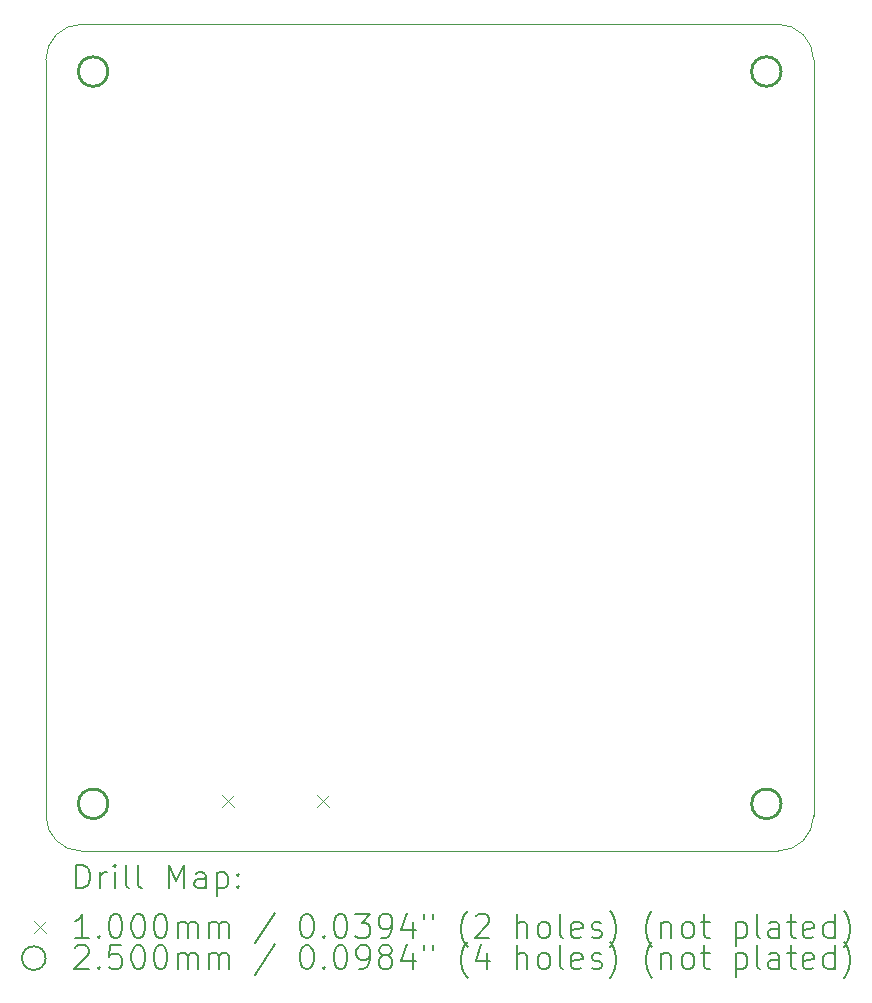
<source format=gbr>
%TF.GenerationSoftware,KiCad,Pcbnew,8.0.6*%
%TF.CreationDate,2025-02-26T16:40:36-08:00*%
%TF.ProjectId,Cymatics,43796d61-7469-4637-932e-6b696361645f,rev?*%
%TF.SameCoordinates,Original*%
%TF.FileFunction,Drillmap*%
%TF.FilePolarity,Positive*%
%FSLAX45Y45*%
G04 Gerber Fmt 4.5, Leading zero omitted, Abs format (unit mm)*
G04 Created by KiCad (PCBNEW 8.0.6) date 2025-02-26 16:40:36*
%MOMM*%
%LPD*%
G01*
G04 APERTURE LIST*
%ADD10C,0.050000*%
%ADD11C,0.200000*%
%ADD12C,0.100000*%
%ADD13C,0.250000*%
G04 APERTURE END LIST*
D10*
X9312085Y-12310869D02*
G75*
G02*
X9012091Y-12010869I5J299999D01*
G01*
X15212085Y-12310869D02*
X9312085Y-12310869D01*
X15212085Y-5310869D02*
G75*
G02*
X15512081Y-5610869I-5J-300001D01*
G01*
X9312085Y-5310869D02*
X15212085Y-5310869D01*
X15512085Y-5610869D02*
X15512085Y-12010869D01*
X9012085Y-5610869D02*
G75*
G02*
X9312085Y-5310865I300005J-1D01*
G01*
X9012085Y-5610869D02*
X9012085Y-12010869D01*
X15512085Y-12010869D02*
G75*
G02*
X15212085Y-12310875I-300005J-1D01*
G01*
D11*
D12*
X10505000Y-11833750D02*
X10605000Y-11933750D01*
X10605000Y-11833750D02*
X10505000Y-11933750D01*
X11305000Y-11833750D02*
X11405000Y-11933750D01*
X11405000Y-11833750D02*
X11305000Y-11933750D01*
D13*
X9537085Y-5710869D02*
G75*
G02*
X9287085Y-5710869I-125000J0D01*
G01*
X9287085Y-5710869D02*
G75*
G02*
X9537085Y-5710869I125000J0D01*
G01*
X9537085Y-11910869D02*
G75*
G02*
X9287085Y-11910869I-125000J0D01*
G01*
X9287085Y-11910869D02*
G75*
G02*
X9537085Y-11910869I125000J0D01*
G01*
X15237085Y-5710869D02*
G75*
G02*
X14987085Y-5710869I-125000J0D01*
G01*
X14987085Y-5710869D02*
G75*
G02*
X15237085Y-5710869I125000J0D01*
G01*
X15237085Y-11910869D02*
G75*
G02*
X14987085Y-11910869I-125000J0D01*
G01*
X14987085Y-11910869D02*
G75*
G02*
X15237085Y-11910869I125000J0D01*
G01*
D11*
X9270362Y-12624853D02*
X9270362Y-12424853D01*
X9270362Y-12424853D02*
X9317981Y-12424853D01*
X9317981Y-12424853D02*
X9346552Y-12434377D01*
X9346552Y-12434377D02*
X9365600Y-12453425D01*
X9365600Y-12453425D02*
X9375124Y-12472472D01*
X9375124Y-12472472D02*
X9384647Y-12510567D01*
X9384647Y-12510567D02*
X9384647Y-12539139D01*
X9384647Y-12539139D02*
X9375124Y-12577234D01*
X9375124Y-12577234D02*
X9365600Y-12596282D01*
X9365600Y-12596282D02*
X9346552Y-12615329D01*
X9346552Y-12615329D02*
X9317981Y-12624853D01*
X9317981Y-12624853D02*
X9270362Y-12624853D01*
X9470362Y-12624853D02*
X9470362Y-12491520D01*
X9470362Y-12529615D02*
X9479886Y-12510567D01*
X9479886Y-12510567D02*
X9489409Y-12501044D01*
X9489409Y-12501044D02*
X9508457Y-12491520D01*
X9508457Y-12491520D02*
X9527505Y-12491520D01*
X9594171Y-12624853D02*
X9594171Y-12491520D01*
X9594171Y-12424853D02*
X9584647Y-12434377D01*
X9584647Y-12434377D02*
X9594171Y-12443901D01*
X9594171Y-12443901D02*
X9603695Y-12434377D01*
X9603695Y-12434377D02*
X9594171Y-12424853D01*
X9594171Y-12424853D02*
X9594171Y-12443901D01*
X9717981Y-12624853D02*
X9698933Y-12615329D01*
X9698933Y-12615329D02*
X9689409Y-12596282D01*
X9689409Y-12596282D02*
X9689409Y-12424853D01*
X9822743Y-12624853D02*
X9803695Y-12615329D01*
X9803695Y-12615329D02*
X9794171Y-12596282D01*
X9794171Y-12596282D02*
X9794171Y-12424853D01*
X10051314Y-12624853D02*
X10051314Y-12424853D01*
X10051314Y-12424853D02*
X10117981Y-12567710D01*
X10117981Y-12567710D02*
X10184647Y-12424853D01*
X10184647Y-12424853D02*
X10184647Y-12624853D01*
X10365600Y-12624853D02*
X10365600Y-12520091D01*
X10365600Y-12520091D02*
X10356076Y-12501044D01*
X10356076Y-12501044D02*
X10337028Y-12491520D01*
X10337028Y-12491520D02*
X10298933Y-12491520D01*
X10298933Y-12491520D02*
X10279886Y-12501044D01*
X10365600Y-12615329D02*
X10346552Y-12624853D01*
X10346552Y-12624853D02*
X10298933Y-12624853D01*
X10298933Y-12624853D02*
X10279886Y-12615329D01*
X10279886Y-12615329D02*
X10270362Y-12596282D01*
X10270362Y-12596282D02*
X10270362Y-12577234D01*
X10270362Y-12577234D02*
X10279886Y-12558187D01*
X10279886Y-12558187D02*
X10298933Y-12548663D01*
X10298933Y-12548663D02*
X10346552Y-12548663D01*
X10346552Y-12548663D02*
X10365600Y-12539139D01*
X10460838Y-12491520D02*
X10460838Y-12691520D01*
X10460838Y-12501044D02*
X10479886Y-12491520D01*
X10479886Y-12491520D02*
X10517981Y-12491520D01*
X10517981Y-12491520D02*
X10537028Y-12501044D01*
X10537028Y-12501044D02*
X10546552Y-12510567D01*
X10546552Y-12510567D02*
X10556076Y-12529615D01*
X10556076Y-12529615D02*
X10556076Y-12586758D01*
X10556076Y-12586758D02*
X10546552Y-12605806D01*
X10546552Y-12605806D02*
X10537028Y-12615329D01*
X10537028Y-12615329D02*
X10517981Y-12624853D01*
X10517981Y-12624853D02*
X10479886Y-12624853D01*
X10479886Y-12624853D02*
X10460838Y-12615329D01*
X10641790Y-12605806D02*
X10651314Y-12615329D01*
X10651314Y-12615329D02*
X10641790Y-12624853D01*
X10641790Y-12624853D02*
X10632267Y-12615329D01*
X10632267Y-12615329D02*
X10641790Y-12605806D01*
X10641790Y-12605806D02*
X10641790Y-12624853D01*
X10641790Y-12501044D02*
X10651314Y-12510567D01*
X10651314Y-12510567D02*
X10641790Y-12520091D01*
X10641790Y-12520091D02*
X10632267Y-12510567D01*
X10632267Y-12510567D02*
X10641790Y-12501044D01*
X10641790Y-12501044D02*
X10641790Y-12520091D01*
D12*
X8909585Y-12903369D02*
X9009585Y-13003369D01*
X9009585Y-12903369D02*
X8909585Y-13003369D01*
D11*
X9375124Y-13044853D02*
X9260838Y-13044853D01*
X9317981Y-13044853D02*
X9317981Y-12844853D01*
X9317981Y-12844853D02*
X9298933Y-12873425D01*
X9298933Y-12873425D02*
X9279886Y-12892472D01*
X9279886Y-12892472D02*
X9260838Y-12901996D01*
X9460838Y-13025806D02*
X9470362Y-13035329D01*
X9470362Y-13035329D02*
X9460838Y-13044853D01*
X9460838Y-13044853D02*
X9451314Y-13035329D01*
X9451314Y-13035329D02*
X9460838Y-13025806D01*
X9460838Y-13025806D02*
X9460838Y-13044853D01*
X9594171Y-12844853D02*
X9613219Y-12844853D01*
X9613219Y-12844853D02*
X9632267Y-12854377D01*
X9632267Y-12854377D02*
X9641790Y-12863901D01*
X9641790Y-12863901D02*
X9651314Y-12882948D01*
X9651314Y-12882948D02*
X9660838Y-12921044D01*
X9660838Y-12921044D02*
X9660838Y-12968663D01*
X9660838Y-12968663D02*
X9651314Y-13006758D01*
X9651314Y-13006758D02*
X9641790Y-13025806D01*
X9641790Y-13025806D02*
X9632267Y-13035329D01*
X9632267Y-13035329D02*
X9613219Y-13044853D01*
X9613219Y-13044853D02*
X9594171Y-13044853D01*
X9594171Y-13044853D02*
X9575124Y-13035329D01*
X9575124Y-13035329D02*
X9565600Y-13025806D01*
X9565600Y-13025806D02*
X9556076Y-13006758D01*
X9556076Y-13006758D02*
X9546552Y-12968663D01*
X9546552Y-12968663D02*
X9546552Y-12921044D01*
X9546552Y-12921044D02*
X9556076Y-12882948D01*
X9556076Y-12882948D02*
X9565600Y-12863901D01*
X9565600Y-12863901D02*
X9575124Y-12854377D01*
X9575124Y-12854377D02*
X9594171Y-12844853D01*
X9784647Y-12844853D02*
X9803695Y-12844853D01*
X9803695Y-12844853D02*
X9822743Y-12854377D01*
X9822743Y-12854377D02*
X9832267Y-12863901D01*
X9832267Y-12863901D02*
X9841790Y-12882948D01*
X9841790Y-12882948D02*
X9851314Y-12921044D01*
X9851314Y-12921044D02*
X9851314Y-12968663D01*
X9851314Y-12968663D02*
X9841790Y-13006758D01*
X9841790Y-13006758D02*
X9832267Y-13025806D01*
X9832267Y-13025806D02*
X9822743Y-13035329D01*
X9822743Y-13035329D02*
X9803695Y-13044853D01*
X9803695Y-13044853D02*
X9784647Y-13044853D01*
X9784647Y-13044853D02*
X9765600Y-13035329D01*
X9765600Y-13035329D02*
X9756076Y-13025806D01*
X9756076Y-13025806D02*
X9746552Y-13006758D01*
X9746552Y-13006758D02*
X9737028Y-12968663D01*
X9737028Y-12968663D02*
X9737028Y-12921044D01*
X9737028Y-12921044D02*
X9746552Y-12882948D01*
X9746552Y-12882948D02*
X9756076Y-12863901D01*
X9756076Y-12863901D02*
X9765600Y-12854377D01*
X9765600Y-12854377D02*
X9784647Y-12844853D01*
X9975124Y-12844853D02*
X9994171Y-12844853D01*
X9994171Y-12844853D02*
X10013219Y-12854377D01*
X10013219Y-12854377D02*
X10022743Y-12863901D01*
X10022743Y-12863901D02*
X10032267Y-12882948D01*
X10032267Y-12882948D02*
X10041790Y-12921044D01*
X10041790Y-12921044D02*
X10041790Y-12968663D01*
X10041790Y-12968663D02*
X10032267Y-13006758D01*
X10032267Y-13006758D02*
X10022743Y-13025806D01*
X10022743Y-13025806D02*
X10013219Y-13035329D01*
X10013219Y-13035329D02*
X9994171Y-13044853D01*
X9994171Y-13044853D02*
X9975124Y-13044853D01*
X9975124Y-13044853D02*
X9956076Y-13035329D01*
X9956076Y-13035329D02*
X9946552Y-13025806D01*
X9946552Y-13025806D02*
X9937028Y-13006758D01*
X9937028Y-13006758D02*
X9927505Y-12968663D01*
X9927505Y-12968663D02*
X9927505Y-12921044D01*
X9927505Y-12921044D02*
X9937028Y-12882948D01*
X9937028Y-12882948D02*
X9946552Y-12863901D01*
X9946552Y-12863901D02*
X9956076Y-12854377D01*
X9956076Y-12854377D02*
X9975124Y-12844853D01*
X10127505Y-13044853D02*
X10127505Y-12911520D01*
X10127505Y-12930567D02*
X10137028Y-12921044D01*
X10137028Y-12921044D02*
X10156076Y-12911520D01*
X10156076Y-12911520D02*
X10184648Y-12911520D01*
X10184648Y-12911520D02*
X10203695Y-12921044D01*
X10203695Y-12921044D02*
X10213219Y-12940091D01*
X10213219Y-12940091D02*
X10213219Y-13044853D01*
X10213219Y-12940091D02*
X10222743Y-12921044D01*
X10222743Y-12921044D02*
X10241790Y-12911520D01*
X10241790Y-12911520D02*
X10270362Y-12911520D01*
X10270362Y-12911520D02*
X10289409Y-12921044D01*
X10289409Y-12921044D02*
X10298933Y-12940091D01*
X10298933Y-12940091D02*
X10298933Y-13044853D01*
X10394171Y-13044853D02*
X10394171Y-12911520D01*
X10394171Y-12930567D02*
X10403695Y-12921044D01*
X10403695Y-12921044D02*
X10422743Y-12911520D01*
X10422743Y-12911520D02*
X10451314Y-12911520D01*
X10451314Y-12911520D02*
X10470362Y-12921044D01*
X10470362Y-12921044D02*
X10479886Y-12940091D01*
X10479886Y-12940091D02*
X10479886Y-13044853D01*
X10479886Y-12940091D02*
X10489409Y-12921044D01*
X10489409Y-12921044D02*
X10508457Y-12911520D01*
X10508457Y-12911520D02*
X10537028Y-12911520D01*
X10537028Y-12911520D02*
X10556076Y-12921044D01*
X10556076Y-12921044D02*
X10565600Y-12940091D01*
X10565600Y-12940091D02*
X10565600Y-13044853D01*
X10956076Y-12835329D02*
X10784648Y-13092472D01*
X11213219Y-12844853D02*
X11232267Y-12844853D01*
X11232267Y-12844853D02*
X11251314Y-12854377D01*
X11251314Y-12854377D02*
X11260838Y-12863901D01*
X11260838Y-12863901D02*
X11270362Y-12882948D01*
X11270362Y-12882948D02*
X11279886Y-12921044D01*
X11279886Y-12921044D02*
X11279886Y-12968663D01*
X11279886Y-12968663D02*
X11270362Y-13006758D01*
X11270362Y-13006758D02*
X11260838Y-13025806D01*
X11260838Y-13025806D02*
X11251314Y-13035329D01*
X11251314Y-13035329D02*
X11232267Y-13044853D01*
X11232267Y-13044853D02*
X11213219Y-13044853D01*
X11213219Y-13044853D02*
X11194171Y-13035329D01*
X11194171Y-13035329D02*
X11184648Y-13025806D01*
X11184648Y-13025806D02*
X11175124Y-13006758D01*
X11175124Y-13006758D02*
X11165600Y-12968663D01*
X11165600Y-12968663D02*
X11165600Y-12921044D01*
X11165600Y-12921044D02*
X11175124Y-12882948D01*
X11175124Y-12882948D02*
X11184648Y-12863901D01*
X11184648Y-12863901D02*
X11194171Y-12854377D01*
X11194171Y-12854377D02*
X11213219Y-12844853D01*
X11365600Y-13025806D02*
X11375124Y-13035329D01*
X11375124Y-13035329D02*
X11365600Y-13044853D01*
X11365600Y-13044853D02*
X11356076Y-13035329D01*
X11356076Y-13035329D02*
X11365600Y-13025806D01*
X11365600Y-13025806D02*
X11365600Y-13044853D01*
X11498933Y-12844853D02*
X11517981Y-12844853D01*
X11517981Y-12844853D02*
X11537029Y-12854377D01*
X11537029Y-12854377D02*
X11546552Y-12863901D01*
X11546552Y-12863901D02*
X11556076Y-12882948D01*
X11556076Y-12882948D02*
X11565600Y-12921044D01*
X11565600Y-12921044D02*
X11565600Y-12968663D01*
X11565600Y-12968663D02*
X11556076Y-13006758D01*
X11556076Y-13006758D02*
X11546552Y-13025806D01*
X11546552Y-13025806D02*
X11537029Y-13035329D01*
X11537029Y-13035329D02*
X11517981Y-13044853D01*
X11517981Y-13044853D02*
X11498933Y-13044853D01*
X11498933Y-13044853D02*
X11479886Y-13035329D01*
X11479886Y-13035329D02*
X11470362Y-13025806D01*
X11470362Y-13025806D02*
X11460838Y-13006758D01*
X11460838Y-13006758D02*
X11451314Y-12968663D01*
X11451314Y-12968663D02*
X11451314Y-12921044D01*
X11451314Y-12921044D02*
X11460838Y-12882948D01*
X11460838Y-12882948D02*
X11470362Y-12863901D01*
X11470362Y-12863901D02*
X11479886Y-12854377D01*
X11479886Y-12854377D02*
X11498933Y-12844853D01*
X11632267Y-12844853D02*
X11756076Y-12844853D01*
X11756076Y-12844853D02*
X11689409Y-12921044D01*
X11689409Y-12921044D02*
X11717981Y-12921044D01*
X11717981Y-12921044D02*
X11737029Y-12930567D01*
X11737029Y-12930567D02*
X11746552Y-12940091D01*
X11746552Y-12940091D02*
X11756076Y-12959139D01*
X11756076Y-12959139D02*
X11756076Y-13006758D01*
X11756076Y-13006758D02*
X11746552Y-13025806D01*
X11746552Y-13025806D02*
X11737029Y-13035329D01*
X11737029Y-13035329D02*
X11717981Y-13044853D01*
X11717981Y-13044853D02*
X11660838Y-13044853D01*
X11660838Y-13044853D02*
X11641790Y-13035329D01*
X11641790Y-13035329D02*
X11632267Y-13025806D01*
X11851314Y-13044853D02*
X11889409Y-13044853D01*
X11889409Y-13044853D02*
X11908457Y-13035329D01*
X11908457Y-13035329D02*
X11917981Y-13025806D01*
X11917981Y-13025806D02*
X11937029Y-12997234D01*
X11937029Y-12997234D02*
X11946552Y-12959139D01*
X11946552Y-12959139D02*
X11946552Y-12882948D01*
X11946552Y-12882948D02*
X11937029Y-12863901D01*
X11937029Y-12863901D02*
X11927505Y-12854377D01*
X11927505Y-12854377D02*
X11908457Y-12844853D01*
X11908457Y-12844853D02*
X11870362Y-12844853D01*
X11870362Y-12844853D02*
X11851314Y-12854377D01*
X11851314Y-12854377D02*
X11841790Y-12863901D01*
X11841790Y-12863901D02*
X11832267Y-12882948D01*
X11832267Y-12882948D02*
X11832267Y-12930567D01*
X11832267Y-12930567D02*
X11841790Y-12949615D01*
X11841790Y-12949615D02*
X11851314Y-12959139D01*
X11851314Y-12959139D02*
X11870362Y-12968663D01*
X11870362Y-12968663D02*
X11908457Y-12968663D01*
X11908457Y-12968663D02*
X11927505Y-12959139D01*
X11927505Y-12959139D02*
X11937029Y-12949615D01*
X11937029Y-12949615D02*
X11946552Y-12930567D01*
X12117981Y-12911520D02*
X12117981Y-13044853D01*
X12070362Y-12835329D02*
X12022743Y-12978187D01*
X12022743Y-12978187D02*
X12146552Y-12978187D01*
X12213219Y-12844853D02*
X12213219Y-12882948D01*
X12289410Y-12844853D02*
X12289410Y-12882948D01*
X12584648Y-13121044D02*
X12575124Y-13111520D01*
X12575124Y-13111520D02*
X12556076Y-13082948D01*
X12556076Y-13082948D02*
X12546552Y-13063901D01*
X12546552Y-13063901D02*
X12537029Y-13035329D01*
X12537029Y-13035329D02*
X12527505Y-12987710D01*
X12527505Y-12987710D02*
X12527505Y-12949615D01*
X12527505Y-12949615D02*
X12537029Y-12901996D01*
X12537029Y-12901996D02*
X12546552Y-12873425D01*
X12546552Y-12873425D02*
X12556076Y-12854377D01*
X12556076Y-12854377D02*
X12575124Y-12825806D01*
X12575124Y-12825806D02*
X12584648Y-12816282D01*
X12651314Y-12863901D02*
X12660838Y-12854377D01*
X12660838Y-12854377D02*
X12679886Y-12844853D01*
X12679886Y-12844853D02*
X12727505Y-12844853D01*
X12727505Y-12844853D02*
X12746552Y-12854377D01*
X12746552Y-12854377D02*
X12756076Y-12863901D01*
X12756076Y-12863901D02*
X12765600Y-12882948D01*
X12765600Y-12882948D02*
X12765600Y-12901996D01*
X12765600Y-12901996D02*
X12756076Y-12930567D01*
X12756076Y-12930567D02*
X12641791Y-13044853D01*
X12641791Y-13044853D02*
X12765600Y-13044853D01*
X13003695Y-13044853D02*
X13003695Y-12844853D01*
X13089410Y-13044853D02*
X13089410Y-12940091D01*
X13089410Y-12940091D02*
X13079886Y-12921044D01*
X13079886Y-12921044D02*
X13060838Y-12911520D01*
X13060838Y-12911520D02*
X13032267Y-12911520D01*
X13032267Y-12911520D02*
X13013219Y-12921044D01*
X13013219Y-12921044D02*
X13003695Y-12930567D01*
X13213219Y-13044853D02*
X13194172Y-13035329D01*
X13194172Y-13035329D02*
X13184648Y-13025806D01*
X13184648Y-13025806D02*
X13175124Y-13006758D01*
X13175124Y-13006758D02*
X13175124Y-12949615D01*
X13175124Y-12949615D02*
X13184648Y-12930567D01*
X13184648Y-12930567D02*
X13194172Y-12921044D01*
X13194172Y-12921044D02*
X13213219Y-12911520D01*
X13213219Y-12911520D02*
X13241791Y-12911520D01*
X13241791Y-12911520D02*
X13260838Y-12921044D01*
X13260838Y-12921044D02*
X13270362Y-12930567D01*
X13270362Y-12930567D02*
X13279886Y-12949615D01*
X13279886Y-12949615D02*
X13279886Y-13006758D01*
X13279886Y-13006758D02*
X13270362Y-13025806D01*
X13270362Y-13025806D02*
X13260838Y-13035329D01*
X13260838Y-13035329D02*
X13241791Y-13044853D01*
X13241791Y-13044853D02*
X13213219Y-13044853D01*
X13394172Y-13044853D02*
X13375124Y-13035329D01*
X13375124Y-13035329D02*
X13365600Y-13016282D01*
X13365600Y-13016282D02*
X13365600Y-12844853D01*
X13546553Y-13035329D02*
X13527505Y-13044853D01*
X13527505Y-13044853D02*
X13489410Y-13044853D01*
X13489410Y-13044853D02*
X13470362Y-13035329D01*
X13470362Y-13035329D02*
X13460838Y-13016282D01*
X13460838Y-13016282D02*
X13460838Y-12940091D01*
X13460838Y-12940091D02*
X13470362Y-12921044D01*
X13470362Y-12921044D02*
X13489410Y-12911520D01*
X13489410Y-12911520D02*
X13527505Y-12911520D01*
X13527505Y-12911520D02*
X13546553Y-12921044D01*
X13546553Y-12921044D02*
X13556076Y-12940091D01*
X13556076Y-12940091D02*
X13556076Y-12959139D01*
X13556076Y-12959139D02*
X13460838Y-12978187D01*
X13632267Y-13035329D02*
X13651314Y-13044853D01*
X13651314Y-13044853D02*
X13689410Y-13044853D01*
X13689410Y-13044853D02*
X13708457Y-13035329D01*
X13708457Y-13035329D02*
X13717981Y-13016282D01*
X13717981Y-13016282D02*
X13717981Y-13006758D01*
X13717981Y-13006758D02*
X13708457Y-12987710D01*
X13708457Y-12987710D02*
X13689410Y-12978187D01*
X13689410Y-12978187D02*
X13660838Y-12978187D01*
X13660838Y-12978187D02*
X13641791Y-12968663D01*
X13641791Y-12968663D02*
X13632267Y-12949615D01*
X13632267Y-12949615D02*
X13632267Y-12940091D01*
X13632267Y-12940091D02*
X13641791Y-12921044D01*
X13641791Y-12921044D02*
X13660838Y-12911520D01*
X13660838Y-12911520D02*
X13689410Y-12911520D01*
X13689410Y-12911520D02*
X13708457Y-12921044D01*
X13784648Y-13121044D02*
X13794172Y-13111520D01*
X13794172Y-13111520D02*
X13813219Y-13082948D01*
X13813219Y-13082948D02*
X13822743Y-13063901D01*
X13822743Y-13063901D02*
X13832267Y-13035329D01*
X13832267Y-13035329D02*
X13841791Y-12987710D01*
X13841791Y-12987710D02*
X13841791Y-12949615D01*
X13841791Y-12949615D02*
X13832267Y-12901996D01*
X13832267Y-12901996D02*
X13822743Y-12873425D01*
X13822743Y-12873425D02*
X13813219Y-12854377D01*
X13813219Y-12854377D02*
X13794172Y-12825806D01*
X13794172Y-12825806D02*
X13784648Y-12816282D01*
X14146553Y-13121044D02*
X14137029Y-13111520D01*
X14137029Y-13111520D02*
X14117981Y-13082948D01*
X14117981Y-13082948D02*
X14108457Y-13063901D01*
X14108457Y-13063901D02*
X14098934Y-13035329D01*
X14098934Y-13035329D02*
X14089410Y-12987710D01*
X14089410Y-12987710D02*
X14089410Y-12949615D01*
X14089410Y-12949615D02*
X14098934Y-12901996D01*
X14098934Y-12901996D02*
X14108457Y-12873425D01*
X14108457Y-12873425D02*
X14117981Y-12854377D01*
X14117981Y-12854377D02*
X14137029Y-12825806D01*
X14137029Y-12825806D02*
X14146553Y-12816282D01*
X14222743Y-12911520D02*
X14222743Y-13044853D01*
X14222743Y-12930567D02*
X14232267Y-12921044D01*
X14232267Y-12921044D02*
X14251314Y-12911520D01*
X14251314Y-12911520D02*
X14279886Y-12911520D01*
X14279886Y-12911520D02*
X14298934Y-12921044D01*
X14298934Y-12921044D02*
X14308457Y-12940091D01*
X14308457Y-12940091D02*
X14308457Y-13044853D01*
X14432267Y-13044853D02*
X14413219Y-13035329D01*
X14413219Y-13035329D02*
X14403695Y-13025806D01*
X14403695Y-13025806D02*
X14394172Y-13006758D01*
X14394172Y-13006758D02*
X14394172Y-12949615D01*
X14394172Y-12949615D02*
X14403695Y-12930567D01*
X14403695Y-12930567D02*
X14413219Y-12921044D01*
X14413219Y-12921044D02*
X14432267Y-12911520D01*
X14432267Y-12911520D02*
X14460838Y-12911520D01*
X14460838Y-12911520D02*
X14479886Y-12921044D01*
X14479886Y-12921044D02*
X14489410Y-12930567D01*
X14489410Y-12930567D02*
X14498934Y-12949615D01*
X14498934Y-12949615D02*
X14498934Y-13006758D01*
X14498934Y-13006758D02*
X14489410Y-13025806D01*
X14489410Y-13025806D02*
X14479886Y-13035329D01*
X14479886Y-13035329D02*
X14460838Y-13044853D01*
X14460838Y-13044853D02*
X14432267Y-13044853D01*
X14556076Y-12911520D02*
X14632267Y-12911520D01*
X14584648Y-12844853D02*
X14584648Y-13016282D01*
X14584648Y-13016282D02*
X14594172Y-13035329D01*
X14594172Y-13035329D02*
X14613219Y-13044853D01*
X14613219Y-13044853D02*
X14632267Y-13044853D01*
X14851315Y-12911520D02*
X14851315Y-13111520D01*
X14851315Y-12921044D02*
X14870362Y-12911520D01*
X14870362Y-12911520D02*
X14908457Y-12911520D01*
X14908457Y-12911520D02*
X14927505Y-12921044D01*
X14927505Y-12921044D02*
X14937029Y-12930567D01*
X14937029Y-12930567D02*
X14946553Y-12949615D01*
X14946553Y-12949615D02*
X14946553Y-13006758D01*
X14946553Y-13006758D02*
X14937029Y-13025806D01*
X14937029Y-13025806D02*
X14927505Y-13035329D01*
X14927505Y-13035329D02*
X14908457Y-13044853D01*
X14908457Y-13044853D02*
X14870362Y-13044853D01*
X14870362Y-13044853D02*
X14851315Y-13035329D01*
X15060838Y-13044853D02*
X15041791Y-13035329D01*
X15041791Y-13035329D02*
X15032267Y-13016282D01*
X15032267Y-13016282D02*
X15032267Y-12844853D01*
X15222743Y-13044853D02*
X15222743Y-12940091D01*
X15222743Y-12940091D02*
X15213219Y-12921044D01*
X15213219Y-12921044D02*
X15194172Y-12911520D01*
X15194172Y-12911520D02*
X15156076Y-12911520D01*
X15156076Y-12911520D02*
X15137029Y-12921044D01*
X15222743Y-13035329D02*
X15203696Y-13044853D01*
X15203696Y-13044853D02*
X15156076Y-13044853D01*
X15156076Y-13044853D02*
X15137029Y-13035329D01*
X15137029Y-13035329D02*
X15127505Y-13016282D01*
X15127505Y-13016282D02*
X15127505Y-12997234D01*
X15127505Y-12997234D02*
X15137029Y-12978187D01*
X15137029Y-12978187D02*
X15156076Y-12968663D01*
X15156076Y-12968663D02*
X15203696Y-12968663D01*
X15203696Y-12968663D02*
X15222743Y-12959139D01*
X15289410Y-12911520D02*
X15365600Y-12911520D01*
X15317981Y-12844853D02*
X15317981Y-13016282D01*
X15317981Y-13016282D02*
X15327505Y-13035329D01*
X15327505Y-13035329D02*
X15346553Y-13044853D01*
X15346553Y-13044853D02*
X15365600Y-13044853D01*
X15508457Y-13035329D02*
X15489410Y-13044853D01*
X15489410Y-13044853D02*
X15451315Y-13044853D01*
X15451315Y-13044853D02*
X15432267Y-13035329D01*
X15432267Y-13035329D02*
X15422743Y-13016282D01*
X15422743Y-13016282D02*
X15422743Y-12940091D01*
X15422743Y-12940091D02*
X15432267Y-12921044D01*
X15432267Y-12921044D02*
X15451315Y-12911520D01*
X15451315Y-12911520D02*
X15489410Y-12911520D01*
X15489410Y-12911520D02*
X15508457Y-12921044D01*
X15508457Y-12921044D02*
X15517981Y-12940091D01*
X15517981Y-12940091D02*
X15517981Y-12959139D01*
X15517981Y-12959139D02*
X15422743Y-12978187D01*
X15689410Y-13044853D02*
X15689410Y-12844853D01*
X15689410Y-13035329D02*
X15670362Y-13044853D01*
X15670362Y-13044853D02*
X15632267Y-13044853D01*
X15632267Y-13044853D02*
X15613219Y-13035329D01*
X15613219Y-13035329D02*
X15603696Y-13025806D01*
X15603696Y-13025806D02*
X15594172Y-13006758D01*
X15594172Y-13006758D02*
X15594172Y-12949615D01*
X15594172Y-12949615D02*
X15603696Y-12930567D01*
X15603696Y-12930567D02*
X15613219Y-12921044D01*
X15613219Y-12921044D02*
X15632267Y-12911520D01*
X15632267Y-12911520D02*
X15670362Y-12911520D01*
X15670362Y-12911520D02*
X15689410Y-12921044D01*
X15765600Y-13121044D02*
X15775124Y-13111520D01*
X15775124Y-13111520D02*
X15794172Y-13082948D01*
X15794172Y-13082948D02*
X15803696Y-13063901D01*
X15803696Y-13063901D02*
X15813219Y-13035329D01*
X15813219Y-13035329D02*
X15822743Y-12987710D01*
X15822743Y-12987710D02*
X15822743Y-12949615D01*
X15822743Y-12949615D02*
X15813219Y-12901996D01*
X15813219Y-12901996D02*
X15803696Y-12873425D01*
X15803696Y-12873425D02*
X15794172Y-12854377D01*
X15794172Y-12854377D02*
X15775124Y-12825806D01*
X15775124Y-12825806D02*
X15765600Y-12816282D01*
X9009585Y-13217369D02*
G75*
G02*
X8809585Y-13217369I-100000J0D01*
G01*
X8809585Y-13217369D02*
G75*
G02*
X9009585Y-13217369I100000J0D01*
G01*
X9260838Y-13127901D02*
X9270362Y-13118377D01*
X9270362Y-13118377D02*
X9289409Y-13108853D01*
X9289409Y-13108853D02*
X9337028Y-13108853D01*
X9337028Y-13108853D02*
X9356076Y-13118377D01*
X9356076Y-13118377D02*
X9365600Y-13127901D01*
X9365600Y-13127901D02*
X9375124Y-13146948D01*
X9375124Y-13146948D02*
X9375124Y-13165996D01*
X9375124Y-13165996D02*
X9365600Y-13194567D01*
X9365600Y-13194567D02*
X9251314Y-13308853D01*
X9251314Y-13308853D02*
X9375124Y-13308853D01*
X9460838Y-13289806D02*
X9470362Y-13299329D01*
X9470362Y-13299329D02*
X9460838Y-13308853D01*
X9460838Y-13308853D02*
X9451314Y-13299329D01*
X9451314Y-13299329D02*
X9460838Y-13289806D01*
X9460838Y-13289806D02*
X9460838Y-13308853D01*
X9651314Y-13108853D02*
X9556076Y-13108853D01*
X9556076Y-13108853D02*
X9546552Y-13204091D01*
X9546552Y-13204091D02*
X9556076Y-13194567D01*
X9556076Y-13194567D02*
X9575124Y-13185044D01*
X9575124Y-13185044D02*
X9622743Y-13185044D01*
X9622743Y-13185044D02*
X9641790Y-13194567D01*
X9641790Y-13194567D02*
X9651314Y-13204091D01*
X9651314Y-13204091D02*
X9660838Y-13223139D01*
X9660838Y-13223139D02*
X9660838Y-13270758D01*
X9660838Y-13270758D02*
X9651314Y-13289806D01*
X9651314Y-13289806D02*
X9641790Y-13299329D01*
X9641790Y-13299329D02*
X9622743Y-13308853D01*
X9622743Y-13308853D02*
X9575124Y-13308853D01*
X9575124Y-13308853D02*
X9556076Y-13299329D01*
X9556076Y-13299329D02*
X9546552Y-13289806D01*
X9784647Y-13108853D02*
X9803695Y-13108853D01*
X9803695Y-13108853D02*
X9822743Y-13118377D01*
X9822743Y-13118377D02*
X9832267Y-13127901D01*
X9832267Y-13127901D02*
X9841790Y-13146948D01*
X9841790Y-13146948D02*
X9851314Y-13185044D01*
X9851314Y-13185044D02*
X9851314Y-13232663D01*
X9851314Y-13232663D02*
X9841790Y-13270758D01*
X9841790Y-13270758D02*
X9832267Y-13289806D01*
X9832267Y-13289806D02*
X9822743Y-13299329D01*
X9822743Y-13299329D02*
X9803695Y-13308853D01*
X9803695Y-13308853D02*
X9784647Y-13308853D01*
X9784647Y-13308853D02*
X9765600Y-13299329D01*
X9765600Y-13299329D02*
X9756076Y-13289806D01*
X9756076Y-13289806D02*
X9746552Y-13270758D01*
X9746552Y-13270758D02*
X9737028Y-13232663D01*
X9737028Y-13232663D02*
X9737028Y-13185044D01*
X9737028Y-13185044D02*
X9746552Y-13146948D01*
X9746552Y-13146948D02*
X9756076Y-13127901D01*
X9756076Y-13127901D02*
X9765600Y-13118377D01*
X9765600Y-13118377D02*
X9784647Y-13108853D01*
X9975124Y-13108853D02*
X9994171Y-13108853D01*
X9994171Y-13108853D02*
X10013219Y-13118377D01*
X10013219Y-13118377D02*
X10022743Y-13127901D01*
X10022743Y-13127901D02*
X10032267Y-13146948D01*
X10032267Y-13146948D02*
X10041790Y-13185044D01*
X10041790Y-13185044D02*
X10041790Y-13232663D01*
X10041790Y-13232663D02*
X10032267Y-13270758D01*
X10032267Y-13270758D02*
X10022743Y-13289806D01*
X10022743Y-13289806D02*
X10013219Y-13299329D01*
X10013219Y-13299329D02*
X9994171Y-13308853D01*
X9994171Y-13308853D02*
X9975124Y-13308853D01*
X9975124Y-13308853D02*
X9956076Y-13299329D01*
X9956076Y-13299329D02*
X9946552Y-13289806D01*
X9946552Y-13289806D02*
X9937028Y-13270758D01*
X9937028Y-13270758D02*
X9927505Y-13232663D01*
X9927505Y-13232663D02*
X9927505Y-13185044D01*
X9927505Y-13185044D02*
X9937028Y-13146948D01*
X9937028Y-13146948D02*
X9946552Y-13127901D01*
X9946552Y-13127901D02*
X9956076Y-13118377D01*
X9956076Y-13118377D02*
X9975124Y-13108853D01*
X10127505Y-13308853D02*
X10127505Y-13175520D01*
X10127505Y-13194567D02*
X10137028Y-13185044D01*
X10137028Y-13185044D02*
X10156076Y-13175520D01*
X10156076Y-13175520D02*
X10184648Y-13175520D01*
X10184648Y-13175520D02*
X10203695Y-13185044D01*
X10203695Y-13185044D02*
X10213219Y-13204091D01*
X10213219Y-13204091D02*
X10213219Y-13308853D01*
X10213219Y-13204091D02*
X10222743Y-13185044D01*
X10222743Y-13185044D02*
X10241790Y-13175520D01*
X10241790Y-13175520D02*
X10270362Y-13175520D01*
X10270362Y-13175520D02*
X10289409Y-13185044D01*
X10289409Y-13185044D02*
X10298933Y-13204091D01*
X10298933Y-13204091D02*
X10298933Y-13308853D01*
X10394171Y-13308853D02*
X10394171Y-13175520D01*
X10394171Y-13194567D02*
X10403695Y-13185044D01*
X10403695Y-13185044D02*
X10422743Y-13175520D01*
X10422743Y-13175520D02*
X10451314Y-13175520D01*
X10451314Y-13175520D02*
X10470362Y-13185044D01*
X10470362Y-13185044D02*
X10479886Y-13204091D01*
X10479886Y-13204091D02*
X10479886Y-13308853D01*
X10479886Y-13204091D02*
X10489409Y-13185044D01*
X10489409Y-13185044D02*
X10508457Y-13175520D01*
X10508457Y-13175520D02*
X10537028Y-13175520D01*
X10537028Y-13175520D02*
X10556076Y-13185044D01*
X10556076Y-13185044D02*
X10565600Y-13204091D01*
X10565600Y-13204091D02*
X10565600Y-13308853D01*
X10956076Y-13099329D02*
X10784648Y-13356472D01*
X11213219Y-13108853D02*
X11232267Y-13108853D01*
X11232267Y-13108853D02*
X11251314Y-13118377D01*
X11251314Y-13118377D02*
X11260838Y-13127901D01*
X11260838Y-13127901D02*
X11270362Y-13146948D01*
X11270362Y-13146948D02*
X11279886Y-13185044D01*
X11279886Y-13185044D02*
X11279886Y-13232663D01*
X11279886Y-13232663D02*
X11270362Y-13270758D01*
X11270362Y-13270758D02*
X11260838Y-13289806D01*
X11260838Y-13289806D02*
X11251314Y-13299329D01*
X11251314Y-13299329D02*
X11232267Y-13308853D01*
X11232267Y-13308853D02*
X11213219Y-13308853D01*
X11213219Y-13308853D02*
X11194171Y-13299329D01*
X11194171Y-13299329D02*
X11184648Y-13289806D01*
X11184648Y-13289806D02*
X11175124Y-13270758D01*
X11175124Y-13270758D02*
X11165600Y-13232663D01*
X11165600Y-13232663D02*
X11165600Y-13185044D01*
X11165600Y-13185044D02*
X11175124Y-13146948D01*
X11175124Y-13146948D02*
X11184648Y-13127901D01*
X11184648Y-13127901D02*
X11194171Y-13118377D01*
X11194171Y-13118377D02*
X11213219Y-13108853D01*
X11365600Y-13289806D02*
X11375124Y-13299329D01*
X11375124Y-13299329D02*
X11365600Y-13308853D01*
X11365600Y-13308853D02*
X11356076Y-13299329D01*
X11356076Y-13299329D02*
X11365600Y-13289806D01*
X11365600Y-13289806D02*
X11365600Y-13308853D01*
X11498933Y-13108853D02*
X11517981Y-13108853D01*
X11517981Y-13108853D02*
X11537029Y-13118377D01*
X11537029Y-13118377D02*
X11546552Y-13127901D01*
X11546552Y-13127901D02*
X11556076Y-13146948D01*
X11556076Y-13146948D02*
X11565600Y-13185044D01*
X11565600Y-13185044D02*
X11565600Y-13232663D01*
X11565600Y-13232663D02*
X11556076Y-13270758D01*
X11556076Y-13270758D02*
X11546552Y-13289806D01*
X11546552Y-13289806D02*
X11537029Y-13299329D01*
X11537029Y-13299329D02*
X11517981Y-13308853D01*
X11517981Y-13308853D02*
X11498933Y-13308853D01*
X11498933Y-13308853D02*
X11479886Y-13299329D01*
X11479886Y-13299329D02*
X11470362Y-13289806D01*
X11470362Y-13289806D02*
X11460838Y-13270758D01*
X11460838Y-13270758D02*
X11451314Y-13232663D01*
X11451314Y-13232663D02*
X11451314Y-13185044D01*
X11451314Y-13185044D02*
X11460838Y-13146948D01*
X11460838Y-13146948D02*
X11470362Y-13127901D01*
X11470362Y-13127901D02*
X11479886Y-13118377D01*
X11479886Y-13118377D02*
X11498933Y-13108853D01*
X11660838Y-13308853D02*
X11698933Y-13308853D01*
X11698933Y-13308853D02*
X11717981Y-13299329D01*
X11717981Y-13299329D02*
X11727505Y-13289806D01*
X11727505Y-13289806D02*
X11746552Y-13261234D01*
X11746552Y-13261234D02*
X11756076Y-13223139D01*
X11756076Y-13223139D02*
X11756076Y-13146948D01*
X11756076Y-13146948D02*
X11746552Y-13127901D01*
X11746552Y-13127901D02*
X11737029Y-13118377D01*
X11737029Y-13118377D02*
X11717981Y-13108853D01*
X11717981Y-13108853D02*
X11679886Y-13108853D01*
X11679886Y-13108853D02*
X11660838Y-13118377D01*
X11660838Y-13118377D02*
X11651314Y-13127901D01*
X11651314Y-13127901D02*
X11641790Y-13146948D01*
X11641790Y-13146948D02*
X11641790Y-13194567D01*
X11641790Y-13194567D02*
X11651314Y-13213615D01*
X11651314Y-13213615D02*
X11660838Y-13223139D01*
X11660838Y-13223139D02*
X11679886Y-13232663D01*
X11679886Y-13232663D02*
X11717981Y-13232663D01*
X11717981Y-13232663D02*
X11737029Y-13223139D01*
X11737029Y-13223139D02*
X11746552Y-13213615D01*
X11746552Y-13213615D02*
X11756076Y-13194567D01*
X11870362Y-13194567D02*
X11851314Y-13185044D01*
X11851314Y-13185044D02*
X11841790Y-13175520D01*
X11841790Y-13175520D02*
X11832267Y-13156472D01*
X11832267Y-13156472D02*
X11832267Y-13146948D01*
X11832267Y-13146948D02*
X11841790Y-13127901D01*
X11841790Y-13127901D02*
X11851314Y-13118377D01*
X11851314Y-13118377D02*
X11870362Y-13108853D01*
X11870362Y-13108853D02*
X11908457Y-13108853D01*
X11908457Y-13108853D02*
X11927505Y-13118377D01*
X11927505Y-13118377D02*
X11937029Y-13127901D01*
X11937029Y-13127901D02*
X11946552Y-13146948D01*
X11946552Y-13146948D02*
X11946552Y-13156472D01*
X11946552Y-13156472D02*
X11937029Y-13175520D01*
X11937029Y-13175520D02*
X11927505Y-13185044D01*
X11927505Y-13185044D02*
X11908457Y-13194567D01*
X11908457Y-13194567D02*
X11870362Y-13194567D01*
X11870362Y-13194567D02*
X11851314Y-13204091D01*
X11851314Y-13204091D02*
X11841790Y-13213615D01*
X11841790Y-13213615D02*
X11832267Y-13232663D01*
X11832267Y-13232663D02*
X11832267Y-13270758D01*
X11832267Y-13270758D02*
X11841790Y-13289806D01*
X11841790Y-13289806D02*
X11851314Y-13299329D01*
X11851314Y-13299329D02*
X11870362Y-13308853D01*
X11870362Y-13308853D02*
X11908457Y-13308853D01*
X11908457Y-13308853D02*
X11927505Y-13299329D01*
X11927505Y-13299329D02*
X11937029Y-13289806D01*
X11937029Y-13289806D02*
X11946552Y-13270758D01*
X11946552Y-13270758D02*
X11946552Y-13232663D01*
X11946552Y-13232663D02*
X11937029Y-13213615D01*
X11937029Y-13213615D02*
X11927505Y-13204091D01*
X11927505Y-13204091D02*
X11908457Y-13194567D01*
X12117981Y-13175520D02*
X12117981Y-13308853D01*
X12070362Y-13099329D02*
X12022743Y-13242187D01*
X12022743Y-13242187D02*
X12146552Y-13242187D01*
X12213219Y-13108853D02*
X12213219Y-13146948D01*
X12289410Y-13108853D02*
X12289410Y-13146948D01*
X12584648Y-13385044D02*
X12575124Y-13375520D01*
X12575124Y-13375520D02*
X12556076Y-13346948D01*
X12556076Y-13346948D02*
X12546552Y-13327901D01*
X12546552Y-13327901D02*
X12537029Y-13299329D01*
X12537029Y-13299329D02*
X12527505Y-13251710D01*
X12527505Y-13251710D02*
X12527505Y-13213615D01*
X12527505Y-13213615D02*
X12537029Y-13165996D01*
X12537029Y-13165996D02*
X12546552Y-13137425D01*
X12546552Y-13137425D02*
X12556076Y-13118377D01*
X12556076Y-13118377D02*
X12575124Y-13089806D01*
X12575124Y-13089806D02*
X12584648Y-13080282D01*
X12746552Y-13175520D02*
X12746552Y-13308853D01*
X12698933Y-13099329D02*
X12651314Y-13242187D01*
X12651314Y-13242187D02*
X12775124Y-13242187D01*
X13003695Y-13308853D02*
X13003695Y-13108853D01*
X13089410Y-13308853D02*
X13089410Y-13204091D01*
X13089410Y-13204091D02*
X13079886Y-13185044D01*
X13079886Y-13185044D02*
X13060838Y-13175520D01*
X13060838Y-13175520D02*
X13032267Y-13175520D01*
X13032267Y-13175520D02*
X13013219Y-13185044D01*
X13013219Y-13185044D02*
X13003695Y-13194567D01*
X13213219Y-13308853D02*
X13194172Y-13299329D01*
X13194172Y-13299329D02*
X13184648Y-13289806D01*
X13184648Y-13289806D02*
X13175124Y-13270758D01*
X13175124Y-13270758D02*
X13175124Y-13213615D01*
X13175124Y-13213615D02*
X13184648Y-13194567D01*
X13184648Y-13194567D02*
X13194172Y-13185044D01*
X13194172Y-13185044D02*
X13213219Y-13175520D01*
X13213219Y-13175520D02*
X13241791Y-13175520D01*
X13241791Y-13175520D02*
X13260838Y-13185044D01*
X13260838Y-13185044D02*
X13270362Y-13194567D01*
X13270362Y-13194567D02*
X13279886Y-13213615D01*
X13279886Y-13213615D02*
X13279886Y-13270758D01*
X13279886Y-13270758D02*
X13270362Y-13289806D01*
X13270362Y-13289806D02*
X13260838Y-13299329D01*
X13260838Y-13299329D02*
X13241791Y-13308853D01*
X13241791Y-13308853D02*
X13213219Y-13308853D01*
X13394172Y-13308853D02*
X13375124Y-13299329D01*
X13375124Y-13299329D02*
X13365600Y-13280282D01*
X13365600Y-13280282D02*
X13365600Y-13108853D01*
X13546553Y-13299329D02*
X13527505Y-13308853D01*
X13527505Y-13308853D02*
X13489410Y-13308853D01*
X13489410Y-13308853D02*
X13470362Y-13299329D01*
X13470362Y-13299329D02*
X13460838Y-13280282D01*
X13460838Y-13280282D02*
X13460838Y-13204091D01*
X13460838Y-13204091D02*
X13470362Y-13185044D01*
X13470362Y-13185044D02*
X13489410Y-13175520D01*
X13489410Y-13175520D02*
X13527505Y-13175520D01*
X13527505Y-13175520D02*
X13546553Y-13185044D01*
X13546553Y-13185044D02*
X13556076Y-13204091D01*
X13556076Y-13204091D02*
X13556076Y-13223139D01*
X13556076Y-13223139D02*
X13460838Y-13242187D01*
X13632267Y-13299329D02*
X13651314Y-13308853D01*
X13651314Y-13308853D02*
X13689410Y-13308853D01*
X13689410Y-13308853D02*
X13708457Y-13299329D01*
X13708457Y-13299329D02*
X13717981Y-13280282D01*
X13717981Y-13280282D02*
X13717981Y-13270758D01*
X13717981Y-13270758D02*
X13708457Y-13251710D01*
X13708457Y-13251710D02*
X13689410Y-13242187D01*
X13689410Y-13242187D02*
X13660838Y-13242187D01*
X13660838Y-13242187D02*
X13641791Y-13232663D01*
X13641791Y-13232663D02*
X13632267Y-13213615D01*
X13632267Y-13213615D02*
X13632267Y-13204091D01*
X13632267Y-13204091D02*
X13641791Y-13185044D01*
X13641791Y-13185044D02*
X13660838Y-13175520D01*
X13660838Y-13175520D02*
X13689410Y-13175520D01*
X13689410Y-13175520D02*
X13708457Y-13185044D01*
X13784648Y-13385044D02*
X13794172Y-13375520D01*
X13794172Y-13375520D02*
X13813219Y-13346948D01*
X13813219Y-13346948D02*
X13822743Y-13327901D01*
X13822743Y-13327901D02*
X13832267Y-13299329D01*
X13832267Y-13299329D02*
X13841791Y-13251710D01*
X13841791Y-13251710D02*
X13841791Y-13213615D01*
X13841791Y-13213615D02*
X13832267Y-13165996D01*
X13832267Y-13165996D02*
X13822743Y-13137425D01*
X13822743Y-13137425D02*
X13813219Y-13118377D01*
X13813219Y-13118377D02*
X13794172Y-13089806D01*
X13794172Y-13089806D02*
X13784648Y-13080282D01*
X14146553Y-13385044D02*
X14137029Y-13375520D01*
X14137029Y-13375520D02*
X14117981Y-13346948D01*
X14117981Y-13346948D02*
X14108457Y-13327901D01*
X14108457Y-13327901D02*
X14098934Y-13299329D01*
X14098934Y-13299329D02*
X14089410Y-13251710D01*
X14089410Y-13251710D02*
X14089410Y-13213615D01*
X14089410Y-13213615D02*
X14098934Y-13165996D01*
X14098934Y-13165996D02*
X14108457Y-13137425D01*
X14108457Y-13137425D02*
X14117981Y-13118377D01*
X14117981Y-13118377D02*
X14137029Y-13089806D01*
X14137029Y-13089806D02*
X14146553Y-13080282D01*
X14222743Y-13175520D02*
X14222743Y-13308853D01*
X14222743Y-13194567D02*
X14232267Y-13185044D01*
X14232267Y-13185044D02*
X14251314Y-13175520D01*
X14251314Y-13175520D02*
X14279886Y-13175520D01*
X14279886Y-13175520D02*
X14298934Y-13185044D01*
X14298934Y-13185044D02*
X14308457Y-13204091D01*
X14308457Y-13204091D02*
X14308457Y-13308853D01*
X14432267Y-13308853D02*
X14413219Y-13299329D01*
X14413219Y-13299329D02*
X14403695Y-13289806D01*
X14403695Y-13289806D02*
X14394172Y-13270758D01*
X14394172Y-13270758D02*
X14394172Y-13213615D01*
X14394172Y-13213615D02*
X14403695Y-13194567D01*
X14403695Y-13194567D02*
X14413219Y-13185044D01*
X14413219Y-13185044D02*
X14432267Y-13175520D01*
X14432267Y-13175520D02*
X14460838Y-13175520D01*
X14460838Y-13175520D02*
X14479886Y-13185044D01*
X14479886Y-13185044D02*
X14489410Y-13194567D01*
X14489410Y-13194567D02*
X14498934Y-13213615D01*
X14498934Y-13213615D02*
X14498934Y-13270758D01*
X14498934Y-13270758D02*
X14489410Y-13289806D01*
X14489410Y-13289806D02*
X14479886Y-13299329D01*
X14479886Y-13299329D02*
X14460838Y-13308853D01*
X14460838Y-13308853D02*
X14432267Y-13308853D01*
X14556076Y-13175520D02*
X14632267Y-13175520D01*
X14584648Y-13108853D02*
X14584648Y-13280282D01*
X14584648Y-13280282D02*
X14594172Y-13299329D01*
X14594172Y-13299329D02*
X14613219Y-13308853D01*
X14613219Y-13308853D02*
X14632267Y-13308853D01*
X14851315Y-13175520D02*
X14851315Y-13375520D01*
X14851315Y-13185044D02*
X14870362Y-13175520D01*
X14870362Y-13175520D02*
X14908457Y-13175520D01*
X14908457Y-13175520D02*
X14927505Y-13185044D01*
X14927505Y-13185044D02*
X14937029Y-13194567D01*
X14937029Y-13194567D02*
X14946553Y-13213615D01*
X14946553Y-13213615D02*
X14946553Y-13270758D01*
X14946553Y-13270758D02*
X14937029Y-13289806D01*
X14937029Y-13289806D02*
X14927505Y-13299329D01*
X14927505Y-13299329D02*
X14908457Y-13308853D01*
X14908457Y-13308853D02*
X14870362Y-13308853D01*
X14870362Y-13308853D02*
X14851315Y-13299329D01*
X15060838Y-13308853D02*
X15041791Y-13299329D01*
X15041791Y-13299329D02*
X15032267Y-13280282D01*
X15032267Y-13280282D02*
X15032267Y-13108853D01*
X15222743Y-13308853D02*
X15222743Y-13204091D01*
X15222743Y-13204091D02*
X15213219Y-13185044D01*
X15213219Y-13185044D02*
X15194172Y-13175520D01*
X15194172Y-13175520D02*
X15156076Y-13175520D01*
X15156076Y-13175520D02*
X15137029Y-13185044D01*
X15222743Y-13299329D02*
X15203696Y-13308853D01*
X15203696Y-13308853D02*
X15156076Y-13308853D01*
X15156076Y-13308853D02*
X15137029Y-13299329D01*
X15137029Y-13299329D02*
X15127505Y-13280282D01*
X15127505Y-13280282D02*
X15127505Y-13261234D01*
X15127505Y-13261234D02*
X15137029Y-13242187D01*
X15137029Y-13242187D02*
X15156076Y-13232663D01*
X15156076Y-13232663D02*
X15203696Y-13232663D01*
X15203696Y-13232663D02*
X15222743Y-13223139D01*
X15289410Y-13175520D02*
X15365600Y-13175520D01*
X15317981Y-13108853D02*
X15317981Y-13280282D01*
X15317981Y-13280282D02*
X15327505Y-13299329D01*
X15327505Y-13299329D02*
X15346553Y-13308853D01*
X15346553Y-13308853D02*
X15365600Y-13308853D01*
X15508457Y-13299329D02*
X15489410Y-13308853D01*
X15489410Y-13308853D02*
X15451315Y-13308853D01*
X15451315Y-13308853D02*
X15432267Y-13299329D01*
X15432267Y-13299329D02*
X15422743Y-13280282D01*
X15422743Y-13280282D02*
X15422743Y-13204091D01*
X15422743Y-13204091D02*
X15432267Y-13185044D01*
X15432267Y-13185044D02*
X15451315Y-13175520D01*
X15451315Y-13175520D02*
X15489410Y-13175520D01*
X15489410Y-13175520D02*
X15508457Y-13185044D01*
X15508457Y-13185044D02*
X15517981Y-13204091D01*
X15517981Y-13204091D02*
X15517981Y-13223139D01*
X15517981Y-13223139D02*
X15422743Y-13242187D01*
X15689410Y-13308853D02*
X15689410Y-13108853D01*
X15689410Y-13299329D02*
X15670362Y-13308853D01*
X15670362Y-13308853D02*
X15632267Y-13308853D01*
X15632267Y-13308853D02*
X15613219Y-13299329D01*
X15613219Y-13299329D02*
X15603696Y-13289806D01*
X15603696Y-13289806D02*
X15594172Y-13270758D01*
X15594172Y-13270758D02*
X15594172Y-13213615D01*
X15594172Y-13213615D02*
X15603696Y-13194567D01*
X15603696Y-13194567D02*
X15613219Y-13185044D01*
X15613219Y-13185044D02*
X15632267Y-13175520D01*
X15632267Y-13175520D02*
X15670362Y-13175520D01*
X15670362Y-13175520D02*
X15689410Y-13185044D01*
X15765600Y-13385044D02*
X15775124Y-13375520D01*
X15775124Y-13375520D02*
X15794172Y-13346948D01*
X15794172Y-13346948D02*
X15803696Y-13327901D01*
X15803696Y-13327901D02*
X15813219Y-13299329D01*
X15813219Y-13299329D02*
X15822743Y-13251710D01*
X15822743Y-13251710D02*
X15822743Y-13213615D01*
X15822743Y-13213615D02*
X15813219Y-13165996D01*
X15813219Y-13165996D02*
X15803696Y-13137425D01*
X15803696Y-13137425D02*
X15794172Y-13118377D01*
X15794172Y-13118377D02*
X15775124Y-13089806D01*
X15775124Y-13089806D02*
X15765600Y-13080282D01*
M02*

</source>
